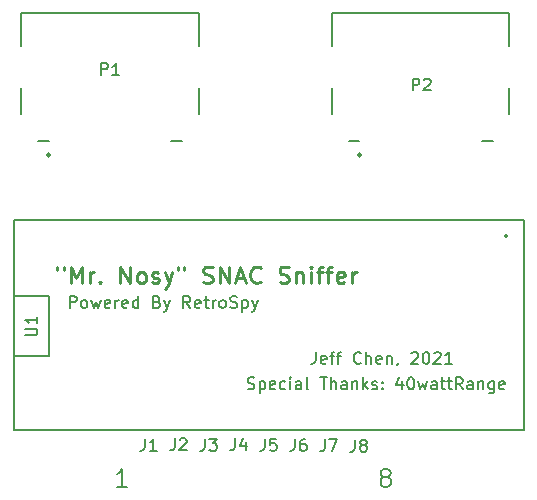
<source format=gbr>
G04 #@! TF.GenerationSoftware,KiCad,Pcbnew,(5.1.10-1-10_14)*
G04 #@! TF.CreationDate,2021-11-29T00:01:07-05:00*
G04 #@! TF.ProjectId,SNAC Sniffer SQUARE,534e4143-2053-46e6-9966-666572205351,1*
G04 #@! TF.SameCoordinates,Original*
G04 #@! TF.FileFunction,Legend,Top*
G04 #@! TF.FilePolarity,Positive*
%FSLAX46Y46*%
G04 Gerber Fmt 4.6, Leading zero omitted, Abs format (unit mm)*
G04 Created by KiCad (PCBNEW (5.1.10-1-10_14)) date 2021-11-29 00:01:07*
%MOMM*%
%LPD*%
G01*
G04 APERTURE LIST*
%ADD10C,0.200000*%
%ADD11C,0.127000*%
%ADD12C,0.152400*%
%ADD13C,0.250000*%
%ADD14C,0.150000*%
%ADD15C,1.601600*%
%ADD16C,1.609600*%
G04 APERTURE END LIST*
D10*
X150447142Y-129961428D02*
X150304285Y-129890000D01*
X150232857Y-129818571D01*
X150161428Y-129675714D01*
X150161428Y-129604285D01*
X150232857Y-129461428D01*
X150304285Y-129390000D01*
X150447142Y-129318571D01*
X150732857Y-129318571D01*
X150875714Y-129390000D01*
X150947142Y-129461428D01*
X151018571Y-129604285D01*
X151018571Y-129675714D01*
X150947142Y-129818571D01*
X150875714Y-129890000D01*
X150732857Y-129961428D01*
X150447142Y-129961428D01*
X150304285Y-130032857D01*
X150232857Y-130104285D01*
X150161428Y-130247142D01*
X150161428Y-130532857D01*
X150232857Y-130675714D01*
X150304285Y-130747142D01*
X150447142Y-130818571D01*
X150732857Y-130818571D01*
X150875714Y-130747142D01*
X150947142Y-130675714D01*
X151018571Y-130532857D01*
X151018571Y-130247142D01*
X150947142Y-130104285D01*
X150875714Y-130032857D01*
X150732857Y-129961428D01*
X128688571Y-130818571D02*
X127831428Y-130818571D01*
X128260000Y-130818571D02*
X128260000Y-129318571D01*
X128117142Y-129532857D01*
X127974285Y-129675714D01*
X127831428Y-129747142D01*
D11*
X122060000Y-119760000D02*
X119080000Y-119760000D01*
X122060000Y-114660000D02*
X122060000Y-119760000D01*
X119080000Y-114660000D02*
X122060000Y-114660000D01*
D12*
X123839714Y-115669619D02*
X123839714Y-114653619D01*
X124226761Y-114653619D01*
X124323523Y-114702000D01*
X124371904Y-114750380D01*
X124420285Y-114847142D01*
X124420285Y-114992285D01*
X124371904Y-115089047D01*
X124323523Y-115137428D01*
X124226761Y-115185809D01*
X123839714Y-115185809D01*
X125000857Y-115669619D02*
X124904095Y-115621238D01*
X124855714Y-115572857D01*
X124807333Y-115476095D01*
X124807333Y-115185809D01*
X124855714Y-115089047D01*
X124904095Y-115040666D01*
X125000857Y-114992285D01*
X125146000Y-114992285D01*
X125242761Y-115040666D01*
X125291142Y-115089047D01*
X125339523Y-115185809D01*
X125339523Y-115476095D01*
X125291142Y-115572857D01*
X125242761Y-115621238D01*
X125146000Y-115669619D01*
X125000857Y-115669619D01*
X125678190Y-114992285D02*
X125871714Y-115669619D01*
X126065238Y-115185809D01*
X126258761Y-115669619D01*
X126452285Y-114992285D01*
X127226380Y-115621238D02*
X127129619Y-115669619D01*
X126936095Y-115669619D01*
X126839333Y-115621238D01*
X126790952Y-115524476D01*
X126790952Y-115137428D01*
X126839333Y-115040666D01*
X126936095Y-114992285D01*
X127129619Y-114992285D01*
X127226380Y-115040666D01*
X127274761Y-115137428D01*
X127274761Y-115234190D01*
X126790952Y-115330952D01*
X127710190Y-115669619D02*
X127710190Y-114992285D01*
X127710190Y-115185809D02*
X127758571Y-115089047D01*
X127806952Y-115040666D01*
X127903714Y-114992285D01*
X128000476Y-114992285D01*
X128726190Y-115621238D02*
X128629428Y-115669619D01*
X128435904Y-115669619D01*
X128339142Y-115621238D01*
X128290761Y-115524476D01*
X128290761Y-115137428D01*
X128339142Y-115040666D01*
X128435904Y-114992285D01*
X128629428Y-114992285D01*
X128726190Y-115040666D01*
X128774571Y-115137428D01*
X128774571Y-115234190D01*
X128290761Y-115330952D01*
X129645428Y-115669619D02*
X129645428Y-114653619D01*
X129645428Y-115621238D02*
X129548666Y-115669619D01*
X129355142Y-115669619D01*
X129258380Y-115621238D01*
X129210000Y-115572857D01*
X129161619Y-115476095D01*
X129161619Y-115185809D01*
X129210000Y-115089047D01*
X129258380Y-115040666D01*
X129355142Y-114992285D01*
X129548666Y-114992285D01*
X129645428Y-115040666D01*
X131242000Y-115137428D02*
X131387142Y-115185809D01*
X131435523Y-115234190D01*
X131483904Y-115330952D01*
X131483904Y-115476095D01*
X131435523Y-115572857D01*
X131387142Y-115621238D01*
X131290380Y-115669619D01*
X130903333Y-115669619D01*
X130903333Y-114653619D01*
X131242000Y-114653619D01*
X131338761Y-114702000D01*
X131387142Y-114750380D01*
X131435523Y-114847142D01*
X131435523Y-114943904D01*
X131387142Y-115040666D01*
X131338761Y-115089047D01*
X131242000Y-115137428D01*
X130903333Y-115137428D01*
X131822571Y-114992285D02*
X132064476Y-115669619D01*
X132306380Y-114992285D02*
X132064476Y-115669619D01*
X131967714Y-115911523D01*
X131919333Y-115959904D01*
X131822571Y-116008285D01*
X134048095Y-115669619D02*
X133709428Y-115185809D01*
X133467523Y-115669619D02*
X133467523Y-114653619D01*
X133854571Y-114653619D01*
X133951333Y-114702000D01*
X133999714Y-114750380D01*
X134048095Y-114847142D01*
X134048095Y-114992285D01*
X133999714Y-115089047D01*
X133951333Y-115137428D01*
X133854571Y-115185809D01*
X133467523Y-115185809D01*
X134870571Y-115621238D02*
X134773809Y-115669619D01*
X134580285Y-115669619D01*
X134483523Y-115621238D01*
X134435142Y-115524476D01*
X134435142Y-115137428D01*
X134483523Y-115040666D01*
X134580285Y-114992285D01*
X134773809Y-114992285D01*
X134870571Y-115040666D01*
X134918952Y-115137428D01*
X134918952Y-115234190D01*
X134435142Y-115330952D01*
X135209238Y-114992285D02*
X135596285Y-114992285D01*
X135354380Y-114653619D02*
X135354380Y-115524476D01*
X135402761Y-115621238D01*
X135499523Y-115669619D01*
X135596285Y-115669619D01*
X135934952Y-115669619D02*
X135934952Y-114992285D01*
X135934952Y-115185809D02*
X135983333Y-115089047D01*
X136031714Y-115040666D01*
X136128476Y-114992285D01*
X136225238Y-114992285D01*
X136709047Y-115669619D02*
X136612285Y-115621238D01*
X136563904Y-115572857D01*
X136515523Y-115476095D01*
X136515523Y-115185809D01*
X136563904Y-115089047D01*
X136612285Y-115040666D01*
X136709047Y-114992285D01*
X136854190Y-114992285D01*
X136950952Y-115040666D01*
X136999333Y-115089047D01*
X137047714Y-115185809D01*
X137047714Y-115476095D01*
X136999333Y-115572857D01*
X136950952Y-115621238D01*
X136854190Y-115669619D01*
X136709047Y-115669619D01*
X137434761Y-115621238D02*
X137579904Y-115669619D01*
X137821809Y-115669619D01*
X137918571Y-115621238D01*
X137966952Y-115572857D01*
X138015333Y-115476095D01*
X138015333Y-115379333D01*
X137966952Y-115282571D01*
X137918571Y-115234190D01*
X137821809Y-115185809D01*
X137628285Y-115137428D01*
X137531523Y-115089047D01*
X137483142Y-115040666D01*
X137434761Y-114943904D01*
X137434761Y-114847142D01*
X137483142Y-114750380D01*
X137531523Y-114702000D01*
X137628285Y-114653619D01*
X137870190Y-114653619D01*
X138015333Y-114702000D01*
X138450761Y-114992285D02*
X138450761Y-116008285D01*
X138450761Y-115040666D02*
X138547523Y-114992285D01*
X138741047Y-114992285D01*
X138837809Y-115040666D01*
X138886190Y-115089047D01*
X138934571Y-115185809D01*
X138934571Y-115476095D01*
X138886190Y-115572857D01*
X138837809Y-115621238D01*
X138741047Y-115669619D01*
X138547523Y-115669619D01*
X138450761Y-115621238D01*
X139273238Y-114992285D02*
X139515142Y-115669619D01*
X139757047Y-114992285D02*
X139515142Y-115669619D01*
X139418380Y-115911523D01*
X139370000Y-115959904D01*
X139273238Y-116008285D01*
D11*
X138909047Y-122504761D02*
X139051904Y-122552380D01*
X139290000Y-122552380D01*
X139385238Y-122504761D01*
X139432857Y-122457142D01*
X139480476Y-122361904D01*
X139480476Y-122266666D01*
X139432857Y-122171428D01*
X139385238Y-122123809D01*
X139290000Y-122076190D01*
X139099523Y-122028571D01*
X139004285Y-121980952D01*
X138956666Y-121933333D01*
X138909047Y-121838095D01*
X138909047Y-121742857D01*
X138956666Y-121647619D01*
X139004285Y-121600000D01*
X139099523Y-121552380D01*
X139337619Y-121552380D01*
X139480476Y-121600000D01*
X139909047Y-121885714D02*
X139909047Y-122885714D01*
X139909047Y-121933333D02*
X140004285Y-121885714D01*
X140194761Y-121885714D01*
X140290000Y-121933333D01*
X140337619Y-121980952D01*
X140385238Y-122076190D01*
X140385238Y-122361904D01*
X140337619Y-122457142D01*
X140290000Y-122504761D01*
X140194761Y-122552380D01*
X140004285Y-122552380D01*
X139909047Y-122504761D01*
X141194761Y-122504761D02*
X141099523Y-122552380D01*
X140909047Y-122552380D01*
X140813809Y-122504761D01*
X140766190Y-122409523D01*
X140766190Y-122028571D01*
X140813809Y-121933333D01*
X140909047Y-121885714D01*
X141099523Y-121885714D01*
X141194761Y-121933333D01*
X141242380Y-122028571D01*
X141242380Y-122123809D01*
X140766190Y-122219047D01*
X142099523Y-122504761D02*
X142004285Y-122552380D01*
X141813809Y-122552380D01*
X141718571Y-122504761D01*
X141670952Y-122457142D01*
X141623333Y-122361904D01*
X141623333Y-122076190D01*
X141670952Y-121980952D01*
X141718571Y-121933333D01*
X141813809Y-121885714D01*
X142004285Y-121885714D01*
X142099523Y-121933333D01*
X142528095Y-122552380D02*
X142528095Y-121885714D01*
X142528095Y-121552380D02*
X142480476Y-121600000D01*
X142528095Y-121647619D01*
X142575714Y-121600000D01*
X142528095Y-121552380D01*
X142528095Y-121647619D01*
X143432857Y-122552380D02*
X143432857Y-122028571D01*
X143385238Y-121933333D01*
X143290000Y-121885714D01*
X143099523Y-121885714D01*
X143004285Y-121933333D01*
X143432857Y-122504761D02*
X143337619Y-122552380D01*
X143099523Y-122552380D01*
X143004285Y-122504761D01*
X142956666Y-122409523D01*
X142956666Y-122314285D01*
X143004285Y-122219047D01*
X143099523Y-122171428D01*
X143337619Y-122171428D01*
X143432857Y-122123809D01*
X144051904Y-122552380D02*
X143956666Y-122504761D01*
X143909047Y-122409523D01*
X143909047Y-121552380D01*
X145051904Y-121552380D02*
X145623333Y-121552380D01*
X145337619Y-122552380D02*
X145337619Y-121552380D01*
X145956666Y-122552380D02*
X145956666Y-121552380D01*
X146385238Y-122552380D02*
X146385238Y-122028571D01*
X146337619Y-121933333D01*
X146242380Y-121885714D01*
X146099523Y-121885714D01*
X146004285Y-121933333D01*
X145956666Y-121980952D01*
X147290000Y-122552380D02*
X147290000Y-122028571D01*
X147242380Y-121933333D01*
X147147142Y-121885714D01*
X146956666Y-121885714D01*
X146861428Y-121933333D01*
X147290000Y-122504761D02*
X147194761Y-122552380D01*
X146956666Y-122552380D01*
X146861428Y-122504761D01*
X146813809Y-122409523D01*
X146813809Y-122314285D01*
X146861428Y-122219047D01*
X146956666Y-122171428D01*
X147194761Y-122171428D01*
X147290000Y-122123809D01*
X147766190Y-121885714D02*
X147766190Y-122552380D01*
X147766190Y-121980952D02*
X147813809Y-121933333D01*
X147909047Y-121885714D01*
X148051904Y-121885714D01*
X148147142Y-121933333D01*
X148194761Y-122028571D01*
X148194761Y-122552380D01*
X148670952Y-122552380D02*
X148670952Y-121552380D01*
X148766190Y-122171428D02*
X149051904Y-122552380D01*
X149051904Y-121885714D02*
X148670952Y-122266666D01*
X149432857Y-122504761D02*
X149528095Y-122552380D01*
X149718571Y-122552380D01*
X149813809Y-122504761D01*
X149861428Y-122409523D01*
X149861428Y-122361904D01*
X149813809Y-122266666D01*
X149718571Y-122219047D01*
X149575714Y-122219047D01*
X149480476Y-122171428D01*
X149432857Y-122076190D01*
X149432857Y-122028571D01*
X149480476Y-121933333D01*
X149575714Y-121885714D01*
X149718571Y-121885714D01*
X149813809Y-121933333D01*
X150290000Y-122457142D02*
X150337619Y-122504761D01*
X150290000Y-122552380D01*
X150242380Y-122504761D01*
X150290000Y-122457142D01*
X150290000Y-122552380D01*
X150290000Y-121933333D02*
X150337619Y-121980952D01*
X150290000Y-122028571D01*
X150242380Y-121980952D01*
X150290000Y-121933333D01*
X150290000Y-122028571D01*
X151956666Y-121885714D02*
X151956666Y-122552380D01*
X151718571Y-121504761D02*
X151480476Y-122219047D01*
X152099523Y-122219047D01*
X152670952Y-121552380D02*
X152766190Y-121552380D01*
X152861428Y-121600000D01*
X152909047Y-121647619D01*
X152956666Y-121742857D01*
X153004285Y-121933333D01*
X153004285Y-122171428D01*
X152956666Y-122361904D01*
X152909047Y-122457142D01*
X152861428Y-122504761D01*
X152766190Y-122552380D01*
X152670952Y-122552380D01*
X152575714Y-122504761D01*
X152528095Y-122457142D01*
X152480476Y-122361904D01*
X152432857Y-122171428D01*
X152432857Y-121933333D01*
X152480476Y-121742857D01*
X152528095Y-121647619D01*
X152575714Y-121600000D01*
X152670952Y-121552380D01*
X153337619Y-121885714D02*
X153528095Y-122552380D01*
X153718571Y-122076190D01*
X153909047Y-122552380D01*
X154099523Y-121885714D01*
X154909047Y-122552380D02*
X154909047Y-122028571D01*
X154861428Y-121933333D01*
X154766190Y-121885714D01*
X154575714Y-121885714D01*
X154480476Y-121933333D01*
X154909047Y-122504761D02*
X154813809Y-122552380D01*
X154575714Y-122552380D01*
X154480476Y-122504761D01*
X154432857Y-122409523D01*
X154432857Y-122314285D01*
X154480476Y-122219047D01*
X154575714Y-122171428D01*
X154813809Y-122171428D01*
X154909047Y-122123809D01*
X155242380Y-121885714D02*
X155623333Y-121885714D01*
X155385238Y-121552380D02*
X155385238Y-122409523D01*
X155432857Y-122504761D01*
X155528095Y-122552380D01*
X155623333Y-122552380D01*
X155813809Y-121885714D02*
X156194761Y-121885714D01*
X155956666Y-121552380D02*
X155956666Y-122409523D01*
X156004285Y-122504761D01*
X156099523Y-122552380D01*
X156194761Y-122552380D01*
X157099523Y-122552380D02*
X156766190Y-122076190D01*
X156528095Y-122552380D02*
X156528095Y-121552380D01*
X156909047Y-121552380D01*
X157004285Y-121600000D01*
X157051904Y-121647619D01*
X157099523Y-121742857D01*
X157099523Y-121885714D01*
X157051904Y-121980952D01*
X157004285Y-122028571D01*
X156909047Y-122076190D01*
X156528095Y-122076190D01*
X157956666Y-122552380D02*
X157956666Y-122028571D01*
X157909047Y-121933333D01*
X157813809Y-121885714D01*
X157623333Y-121885714D01*
X157528095Y-121933333D01*
X157956666Y-122504761D02*
X157861428Y-122552380D01*
X157623333Y-122552380D01*
X157528095Y-122504761D01*
X157480476Y-122409523D01*
X157480476Y-122314285D01*
X157528095Y-122219047D01*
X157623333Y-122171428D01*
X157861428Y-122171428D01*
X157956666Y-122123809D01*
X158432857Y-121885714D02*
X158432857Y-122552380D01*
X158432857Y-121980952D02*
X158480476Y-121933333D01*
X158575714Y-121885714D01*
X158718571Y-121885714D01*
X158813809Y-121933333D01*
X158861428Y-122028571D01*
X158861428Y-122552380D01*
X159766190Y-121885714D02*
X159766190Y-122695238D01*
X159718571Y-122790476D01*
X159670952Y-122838095D01*
X159575714Y-122885714D01*
X159432857Y-122885714D01*
X159337619Y-122838095D01*
X159766190Y-122504761D02*
X159670952Y-122552380D01*
X159480476Y-122552380D01*
X159385238Y-122504761D01*
X159337619Y-122457142D01*
X159290000Y-122361904D01*
X159290000Y-122076190D01*
X159337619Y-121980952D01*
X159385238Y-121933333D01*
X159480476Y-121885714D01*
X159670952Y-121885714D01*
X159766190Y-121933333D01*
X160623333Y-122504761D02*
X160528095Y-122552380D01*
X160337619Y-122552380D01*
X160242380Y-122504761D01*
X160194761Y-122409523D01*
X160194761Y-122028571D01*
X160242380Y-121933333D01*
X160337619Y-121885714D01*
X160528095Y-121885714D01*
X160623333Y-121933333D01*
X160670952Y-122028571D01*
X160670952Y-122123809D01*
X160194761Y-122219047D01*
X144674761Y-119392380D02*
X144674761Y-120106666D01*
X144627142Y-120249523D01*
X144531904Y-120344761D01*
X144389047Y-120392380D01*
X144293809Y-120392380D01*
X145531904Y-120344761D02*
X145436666Y-120392380D01*
X145246190Y-120392380D01*
X145150952Y-120344761D01*
X145103333Y-120249523D01*
X145103333Y-119868571D01*
X145150952Y-119773333D01*
X145246190Y-119725714D01*
X145436666Y-119725714D01*
X145531904Y-119773333D01*
X145579523Y-119868571D01*
X145579523Y-119963809D01*
X145103333Y-120059047D01*
X145865238Y-119725714D02*
X146246190Y-119725714D01*
X146008095Y-120392380D02*
X146008095Y-119535238D01*
X146055714Y-119440000D01*
X146150952Y-119392380D01*
X146246190Y-119392380D01*
X146436666Y-119725714D02*
X146817619Y-119725714D01*
X146579523Y-120392380D02*
X146579523Y-119535238D01*
X146627142Y-119440000D01*
X146722380Y-119392380D01*
X146817619Y-119392380D01*
X148484285Y-120297142D02*
X148436666Y-120344761D01*
X148293809Y-120392380D01*
X148198571Y-120392380D01*
X148055714Y-120344761D01*
X147960476Y-120249523D01*
X147912857Y-120154285D01*
X147865238Y-119963809D01*
X147865238Y-119820952D01*
X147912857Y-119630476D01*
X147960476Y-119535238D01*
X148055714Y-119440000D01*
X148198571Y-119392380D01*
X148293809Y-119392380D01*
X148436666Y-119440000D01*
X148484285Y-119487619D01*
X148912857Y-120392380D02*
X148912857Y-119392380D01*
X149341428Y-120392380D02*
X149341428Y-119868571D01*
X149293809Y-119773333D01*
X149198571Y-119725714D01*
X149055714Y-119725714D01*
X148960476Y-119773333D01*
X148912857Y-119820952D01*
X150198571Y-120344761D02*
X150103333Y-120392380D01*
X149912857Y-120392380D01*
X149817619Y-120344761D01*
X149770000Y-120249523D01*
X149770000Y-119868571D01*
X149817619Y-119773333D01*
X149912857Y-119725714D01*
X150103333Y-119725714D01*
X150198571Y-119773333D01*
X150246190Y-119868571D01*
X150246190Y-119963809D01*
X149770000Y-120059047D01*
X150674761Y-119725714D02*
X150674761Y-120392380D01*
X150674761Y-119820952D02*
X150722380Y-119773333D01*
X150817619Y-119725714D01*
X150960476Y-119725714D01*
X151055714Y-119773333D01*
X151103333Y-119868571D01*
X151103333Y-120392380D01*
X151627142Y-120344761D02*
X151627142Y-120392380D01*
X151579523Y-120487619D01*
X151531904Y-120535238D01*
X152770000Y-119487619D02*
X152817619Y-119440000D01*
X152912857Y-119392380D01*
X153150952Y-119392380D01*
X153246190Y-119440000D01*
X153293809Y-119487619D01*
X153341428Y-119582857D01*
X153341428Y-119678095D01*
X153293809Y-119820952D01*
X152722380Y-120392380D01*
X153341428Y-120392380D01*
X153960476Y-119392380D02*
X154055714Y-119392380D01*
X154150952Y-119440000D01*
X154198571Y-119487619D01*
X154246190Y-119582857D01*
X154293809Y-119773333D01*
X154293809Y-120011428D01*
X154246190Y-120201904D01*
X154198571Y-120297142D01*
X154150952Y-120344761D01*
X154055714Y-120392380D01*
X153960476Y-120392380D01*
X153865238Y-120344761D01*
X153817619Y-120297142D01*
X153770000Y-120201904D01*
X153722380Y-120011428D01*
X153722380Y-119773333D01*
X153770000Y-119582857D01*
X153817619Y-119487619D01*
X153865238Y-119440000D01*
X153960476Y-119392380D01*
X154674761Y-119487619D02*
X154722380Y-119440000D01*
X154817619Y-119392380D01*
X155055714Y-119392380D01*
X155150952Y-119440000D01*
X155198571Y-119487619D01*
X155246190Y-119582857D01*
X155246190Y-119678095D01*
X155198571Y-119820952D01*
X154627142Y-120392380D01*
X155246190Y-120392380D01*
X156198571Y-120392380D02*
X155627142Y-120392380D01*
X155912857Y-120392380D02*
X155912857Y-119392380D01*
X155817619Y-119535238D01*
X155722380Y-119630476D01*
X155627142Y-119678095D01*
D13*
X122800000Y-112163333D02*
X122800000Y-112430000D01*
X123333333Y-112163333D02*
X123333333Y-112430000D01*
X123933333Y-113563333D02*
X123933333Y-112163333D01*
X124400000Y-113163333D01*
X124866666Y-112163333D01*
X124866666Y-113563333D01*
X125533333Y-113563333D02*
X125533333Y-112630000D01*
X125533333Y-112896666D02*
X125600000Y-112763333D01*
X125666666Y-112696666D01*
X125800000Y-112630000D01*
X125933333Y-112630000D01*
X126400000Y-113430000D02*
X126466666Y-113496666D01*
X126400000Y-113563333D01*
X126333333Y-113496666D01*
X126400000Y-113430000D01*
X126400000Y-113563333D01*
X128133333Y-113563333D02*
X128133333Y-112163333D01*
X128933333Y-113563333D01*
X128933333Y-112163333D01*
X129800000Y-113563333D02*
X129666666Y-113496666D01*
X129600000Y-113430000D01*
X129533333Y-113296666D01*
X129533333Y-112896666D01*
X129600000Y-112763333D01*
X129666666Y-112696666D01*
X129800000Y-112630000D01*
X130000000Y-112630000D01*
X130133333Y-112696666D01*
X130200000Y-112763333D01*
X130266666Y-112896666D01*
X130266666Y-113296666D01*
X130200000Y-113430000D01*
X130133333Y-113496666D01*
X130000000Y-113563333D01*
X129800000Y-113563333D01*
X130800000Y-113496666D02*
X130933333Y-113563333D01*
X131200000Y-113563333D01*
X131333333Y-113496666D01*
X131400000Y-113363333D01*
X131400000Y-113296666D01*
X131333333Y-113163333D01*
X131200000Y-113096666D01*
X131000000Y-113096666D01*
X130866666Y-113030000D01*
X130800000Y-112896666D01*
X130800000Y-112830000D01*
X130866666Y-112696666D01*
X131000000Y-112630000D01*
X131200000Y-112630000D01*
X131333333Y-112696666D01*
X131866666Y-112630000D02*
X132200000Y-113563333D01*
X132533333Y-112630000D02*
X132200000Y-113563333D01*
X132066666Y-113896666D01*
X132000000Y-113963333D01*
X131866666Y-114030000D01*
X133000000Y-112163333D02*
X133000000Y-112430000D01*
X133533333Y-112163333D02*
X133533333Y-112430000D01*
X135133333Y-113496666D02*
X135333333Y-113563333D01*
X135666666Y-113563333D01*
X135800000Y-113496666D01*
X135866666Y-113430000D01*
X135933333Y-113296666D01*
X135933333Y-113163333D01*
X135866666Y-113030000D01*
X135800000Y-112963333D01*
X135666666Y-112896666D01*
X135400000Y-112830000D01*
X135266666Y-112763333D01*
X135200000Y-112696666D01*
X135133333Y-112563333D01*
X135133333Y-112430000D01*
X135200000Y-112296666D01*
X135266666Y-112230000D01*
X135400000Y-112163333D01*
X135733333Y-112163333D01*
X135933333Y-112230000D01*
X136533333Y-113563333D02*
X136533333Y-112163333D01*
X137333333Y-113563333D01*
X137333333Y-112163333D01*
X137933333Y-113163333D02*
X138600000Y-113163333D01*
X137800000Y-113563333D02*
X138266666Y-112163333D01*
X138733333Y-113563333D01*
X140000000Y-113430000D02*
X139933333Y-113496666D01*
X139733333Y-113563333D01*
X139600000Y-113563333D01*
X139400000Y-113496666D01*
X139266666Y-113363333D01*
X139200000Y-113230000D01*
X139133333Y-112963333D01*
X139133333Y-112763333D01*
X139200000Y-112496666D01*
X139266666Y-112363333D01*
X139400000Y-112230000D01*
X139600000Y-112163333D01*
X139733333Y-112163333D01*
X139933333Y-112230000D01*
X140000000Y-112296666D01*
X141600000Y-113496666D02*
X141800000Y-113563333D01*
X142133333Y-113563333D01*
X142266666Y-113496666D01*
X142333333Y-113430000D01*
X142400000Y-113296666D01*
X142400000Y-113163333D01*
X142333333Y-113030000D01*
X142266666Y-112963333D01*
X142133333Y-112896666D01*
X141866666Y-112830000D01*
X141733333Y-112763333D01*
X141666666Y-112696666D01*
X141600000Y-112563333D01*
X141600000Y-112430000D01*
X141666666Y-112296666D01*
X141733333Y-112230000D01*
X141866666Y-112163333D01*
X142200000Y-112163333D01*
X142400000Y-112230000D01*
X143000000Y-112630000D02*
X143000000Y-113563333D01*
X143000000Y-112763333D02*
X143066666Y-112696666D01*
X143200000Y-112630000D01*
X143400000Y-112630000D01*
X143533333Y-112696666D01*
X143600000Y-112830000D01*
X143600000Y-113563333D01*
X144266666Y-113563333D02*
X144266666Y-112630000D01*
X144266666Y-112163333D02*
X144200000Y-112230000D01*
X144266666Y-112296666D01*
X144333333Y-112230000D01*
X144266666Y-112163333D01*
X144266666Y-112296666D01*
X144733333Y-112630000D02*
X145266666Y-112630000D01*
X144933333Y-113563333D02*
X144933333Y-112363333D01*
X145000000Y-112230000D01*
X145133333Y-112163333D01*
X145266666Y-112163333D01*
X145533333Y-112630000D02*
X146066666Y-112630000D01*
X145733333Y-113563333D02*
X145733333Y-112363333D01*
X145800000Y-112230000D01*
X145933333Y-112163333D01*
X146066666Y-112163333D01*
X147066666Y-113496666D02*
X146933333Y-113563333D01*
X146666666Y-113563333D01*
X146533333Y-113496666D01*
X146466666Y-113363333D01*
X146466666Y-112830000D01*
X146533333Y-112696666D01*
X146666666Y-112630000D01*
X146933333Y-112630000D01*
X147066666Y-112696666D01*
X147133333Y-112830000D01*
X147133333Y-112963333D01*
X146466666Y-113096666D01*
X147733333Y-113563333D02*
X147733333Y-112630000D01*
X147733333Y-112896666D02*
X147800000Y-112763333D01*
X147866666Y-112696666D01*
X148000000Y-112630000D01*
X148133333Y-112630000D01*
D11*
X134750000Y-90690000D02*
X119750000Y-90690000D01*
X119750000Y-90690000D02*
X119750000Y-93450000D01*
X134750000Y-90690000D02*
X134750000Y-93450000D01*
X134750000Y-99250000D02*
X134750000Y-97050000D01*
X119750000Y-97050000D02*
X119750000Y-99250000D01*
X133350000Y-101500000D02*
X132450000Y-101500000D01*
X122050000Y-101500000D02*
X121150000Y-101500000D01*
D10*
X122208112Y-102700000D02*
G75*
G03*
X122208112Y-102700000I-158112J0D01*
G01*
D11*
X161070000Y-90690000D02*
X146070000Y-90690000D01*
X146070000Y-90690000D02*
X146070000Y-93450000D01*
X161070000Y-90690000D02*
X161070000Y-93450000D01*
X161070000Y-99250000D02*
X161070000Y-97050000D01*
X146070000Y-97050000D02*
X146070000Y-99250000D01*
X159670000Y-101500000D02*
X158770000Y-101500000D01*
X148370000Y-101500000D02*
X147470000Y-101500000D01*
D10*
X148528112Y-102700000D02*
G75*
G03*
X148528112Y-102700000I-158112J0D01*
G01*
X160870000Y-109580000D02*
G75*
G03*
X160870000Y-109580000I-100000J0D01*
G01*
D11*
X119080000Y-108230000D02*
X162260000Y-108230000D01*
X119080000Y-126010000D02*
X119080000Y-108230000D01*
X162260000Y-126010000D02*
X119080000Y-126010000D01*
X162260000Y-108230000D02*
X162260000Y-126010000D01*
D14*
X130186666Y-126752380D02*
X130186666Y-127466666D01*
X130139047Y-127609523D01*
X130043809Y-127704761D01*
X129900952Y-127752380D01*
X129805714Y-127752380D01*
X131186666Y-127752380D02*
X130615238Y-127752380D01*
X130900952Y-127752380D02*
X130900952Y-126752380D01*
X130805714Y-126895238D01*
X130710476Y-126990476D01*
X130615238Y-127038095D01*
X132736666Y-126712380D02*
X132736666Y-127426666D01*
X132689047Y-127569523D01*
X132593809Y-127664761D01*
X132450952Y-127712380D01*
X132355714Y-127712380D01*
X133165238Y-126807619D02*
X133212857Y-126760000D01*
X133308095Y-126712380D01*
X133546190Y-126712380D01*
X133641428Y-126760000D01*
X133689047Y-126807619D01*
X133736666Y-126902857D01*
X133736666Y-126998095D01*
X133689047Y-127140952D01*
X133117619Y-127712380D01*
X133736666Y-127712380D01*
X135286666Y-126752380D02*
X135286666Y-127466666D01*
X135239047Y-127609523D01*
X135143809Y-127704761D01*
X135000952Y-127752380D01*
X134905714Y-127752380D01*
X135667619Y-126752380D02*
X136286666Y-126752380D01*
X135953333Y-127133333D01*
X136096190Y-127133333D01*
X136191428Y-127180952D01*
X136239047Y-127228571D01*
X136286666Y-127323809D01*
X136286666Y-127561904D01*
X136239047Y-127657142D01*
X136191428Y-127704761D01*
X136096190Y-127752380D01*
X135810476Y-127752380D01*
X135715238Y-127704761D01*
X135667619Y-127657142D01*
X137816666Y-126712380D02*
X137816666Y-127426666D01*
X137769047Y-127569523D01*
X137673809Y-127664761D01*
X137530952Y-127712380D01*
X137435714Y-127712380D01*
X138721428Y-127045714D02*
X138721428Y-127712380D01*
X138483333Y-126664761D02*
X138245238Y-127379047D01*
X138864285Y-127379047D01*
X140356666Y-126752380D02*
X140356666Y-127466666D01*
X140309047Y-127609523D01*
X140213809Y-127704761D01*
X140070952Y-127752380D01*
X139975714Y-127752380D01*
X141309047Y-126752380D02*
X140832857Y-126752380D01*
X140785238Y-127228571D01*
X140832857Y-127180952D01*
X140928095Y-127133333D01*
X141166190Y-127133333D01*
X141261428Y-127180952D01*
X141309047Y-127228571D01*
X141356666Y-127323809D01*
X141356666Y-127561904D01*
X141309047Y-127657142D01*
X141261428Y-127704761D01*
X141166190Y-127752380D01*
X140928095Y-127752380D01*
X140832857Y-127704761D01*
X140785238Y-127657142D01*
X142886666Y-126762380D02*
X142886666Y-127476666D01*
X142839047Y-127619523D01*
X142743809Y-127714761D01*
X142600952Y-127762380D01*
X142505714Y-127762380D01*
X143791428Y-126762380D02*
X143600952Y-126762380D01*
X143505714Y-126810000D01*
X143458095Y-126857619D01*
X143362857Y-127000476D01*
X143315238Y-127190952D01*
X143315238Y-127571904D01*
X143362857Y-127667142D01*
X143410476Y-127714761D01*
X143505714Y-127762380D01*
X143696190Y-127762380D01*
X143791428Y-127714761D01*
X143839047Y-127667142D01*
X143886666Y-127571904D01*
X143886666Y-127333809D01*
X143839047Y-127238571D01*
X143791428Y-127190952D01*
X143696190Y-127143333D01*
X143505714Y-127143333D01*
X143410476Y-127190952D01*
X143362857Y-127238571D01*
X143315238Y-127333809D01*
X145436666Y-126802380D02*
X145436666Y-127516666D01*
X145389047Y-127659523D01*
X145293809Y-127754761D01*
X145150952Y-127802380D01*
X145055714Y-127802380D01*
X145817619Y-126802380D02*
X146484285Y-126802380D01*
X146055714Y-127802380D01*
X147986666Y-126832380D02*
X147986666Y-127546666D01*
X147939047Y-127689523D01*
X147843809Y-127784761D01*
X147700952Y-127832380D01*
X147605714Y-127832380D01*
X148605714Y-127260952D02*
X148510476Y-127213333D01*
X148462857Y-127165714D01*
X148415238Y-127070476D01*
X148415238Y-127022857D01*
X148462857Y-126927619D01*
X148510476Y-126880000D01*
X148605714Y-126832380D01*
X148796190Y-126832380D01*
X148891428Y-126880000D01*
X148939047Y-126927619D01*
X148986666Y-127022857D01*
X148986666Y-127070476D01*
X148939047Y-127165714D01*
X148891428Y-127213333D01*
X148796190Y-127260952D01*
X148605714Y-127260952D01*
X148510476Y-127308571D01*
X148462857Y-127356190D01*
X148415238Y-127451428D01*
X148415238Y-127641904D01*
X148462857Y-127737142D01*
X148510476Y-127784761D01*
X148605714Y-127832380D01*
X148796190Y-127832380D01*
X148891428Y-127784761D01*
X148939047Y-127737142D01*
X148986666Y-127641904D01*
X148986666Y-127451428D01*
X148939047Y-127356190D01*
X148891428Y-127308571D01*
X148796190Y-127260952D01*
X126501753Y-95942473D02*
X126501753Y-94942268D01*
X126882783Y-94942268D01*
X126978041Y-94989897D01*
X127025670Y-95037526D01*
X127073299Y-95132783D01*
X127073299Y-95275670D01*
X127025670Y-95370927D01*
X126978041Y-95418556D01*
X126882783Y-95466185D01*
X126501753Y-95466185D01*
X128025875Y-95942473D02*
X127454329Y-95942473D01*
X127740102Y-95942473D02*
X127740102Y-94942268D01*
X127644844Y-95085155D01*
X127549587Y-95180412D01*
X127454329Y-95228041D01*
X152871753Y-97242473D02*
X152871753Y-96242268D01*
X153252783Y-96242268D01*
X153348041Y-96289897D01*
X153395670Y-96337526D01*
X153443299Y-96432783D01*
X153443299Y-96575670D01*
X153395670Y-96670927D01*
X153348041Y-96718556D01*
X153252783Y-96766185D01*
X152871753Y-96766185D01*
X153824329Y-96337526D02*
X153871958Y-96289897D01*
X153967216Y-96242268D01*
X154205360Y-96242268D01*
X154300617Y-96289897D01*
X154348246Y-96337526D01*
X154395875Y-96432783D01*
X154395875Y-96528041D01*
X154348246Y-96670927D01*
X153776700Y-97242473D01*
X154395875Y-97242473D01*
X120082380Y-117981904D02*
X120891904Y-117981904D01*
X120987142Y-117934285D01*
X121034761Y-117886666D01*
X121082380Y-117791428D01*
X121082380Y-117600952D01*
X121034761Y-117505714D01*
X120987142Y-117458095D01*
X120891904Y-117410476D01*
X120082380Y-117410476D01*
X121082380Y-116410476D02*
X121082380Y-116981904D01*
X121082380Y-116696190D02*
X120082380Y-116696190D01*
X120225238Y-116791428D01*
X120320476Y-116886666D01*
X120368095Y-116981904D01*
%LPC*%
D15*
X130530000Y-131690000D03*
X130530000Y-129150000D03*
X133070000Y-131690000D03*
X133070000Y-129150000D03*
X135610000Y-131690000D03*
X135610000Y-129150000D03*
X138150000Y-131690000D03*
X138150000Y-129150000D03*
X140690000Y-131690000D03*
X140690000Y-129150000D03*
X143230000Y-131690000D03*
X143230000Y-129150000D03*
X145770000Y-131690000D03*
X145770000Y-129150000D03*
X148310000Y-131690000D03*
X148310000Y-129150000D03*
G36*
G01*
X120850800Y-94154600D02*
X120850800Y-96405400D01*
G75*
G02*
X120425400Y-96830800I-425400J0D01*
G01*
X119574600Y-96830800D01*
G75*
G02*
X119149200Y-96405400I0J425400D01*
G01*
X119149200Y-94154600D01*
G75*
G02*
X119574600Y-93729200I425400J0D01*
G01*
X120425400Y-93729200D01*
G75*
G02*
X120850800Y-94154600I0J-425400D01*
G01*
G37*
G36*
G01*
X135350800Y-94154600D02*
X135350800Y-96405400D01*
G75*
G02*
X134925400Y-96830800I-425400J0D01*
G01*
X134074600Y-96830800D01*
G75*
G02*
X133649200Y-96405400I0J425400D01*
G01*
X133649200Y-94154600D01*
G75*
G02*
X134074600Y-93729200I425400J0D01*
G01*
X134925400Y-93729200D01*
G75*
G02*
X135350800Y-94154600I0J-425400D01*
G01*
G37*
G36*
G01*
X135350800Y-99714600D02*
X135350800Y-102765400D01*
G75*
G02*
X134925400Y-103190800I-425400J0D01*
G01*
X134074600Y-103190800D01*
G75*
G02*
X133649200Y-102765400I0J425400D01*
G01*
X133649200Y-99714600D01*
G75*
G02*
X134074600Y-99289200I425400J0D01*
G01*
X134925400Y-99289200D01*
G75*
G02*
X135350800Y-99714600I0J-425400D01*
G01*
G37*
G36*
G01*
X120850800Y-99714600D02*
X120850800Y-102765400D01*
G75*
G02*
X120425400Y-103190800I-425400J0D01*
G01*
X119574600Y-103190800D01*
G75*
G02*
X119149200Y-102765400I0J425400D01*
G01*
X119149200Y-99714600D01*
G75*
G02*
X119574600Y-99289200I425400J0D01*
G01*
X120425400Y-99289200D01*
G75*
G02*
X120850800Y-99714600I0J-425400D01*
G01*
G37*
G36*
G01*
X131950800Y-100700000D02*
X131950800Y-103300000D01*
G75*
G02*
X131900000Y-103350800I-50800J0D01*
G01*
X131600000Y-103350800D01*
G75*
G02*
X131549200Y-103300000I0J50800D01*
G01*
X131549200Y-100700000D01*
G75*
G02*
X131600000Y-100649200I50800J0D01*
G01*
X131900000Y-100649200D01*
G75*
G02*
X131950800Y-100700000I0J-50800D01*
G01*
G37*
G36*
G01*
X131450800Y-100700000D02*
X131450800Y-103300000D01*
G75*
G02*
X131400000Y-103350800I-50800J0D01*
G01*
X131100000Y-103350800D01*
G75*
G02*
X131049200Y-103300000I0J50800D01*
G01*
X131049200Y-100700000D01*
G75*
G02*
X131100000Y-100649200I50800J0D01*
G01*
X131400000Y-100649200D01*
G75*
G02*
X131450800Y-100700000I0J-50800D01*
G01*
G37*
G36*
G01*
X130950800Y-100700000D02*
X130950800Y-103300000D01*
G75*
G02*
X130900000Y-103350800I-50800J0D01*
G01*
X130600000Y-103350800D01*
G75*
G02*
X130549200Y-103300000I0J50800D01*
G01*
X130549200Y-100700000D01*
G75*
G02*
X130600000Y-100649200I50800J0D01*
G01*
X130900000Y-100649200D01*
G75*
G02*
X130950800Y-100700000I0J-50800D01*
G01*
G37*
G36*
G01*
X130450800Y-100700000D02*
X130450800Y-103300000D01*
G75*
G02*
X130400000Y-103350800I-50800J0D01*
G01*
X130100000Y-103350800D01*
G75*
G02*
X130049200Y-103300000I0J50800D01*
G01*
X130049200Y-100700000D01*
G75*
G02*
X130100000Y-100649200I50800J0D01*
G01*
X130400000Y-100649200D01*
G75*
G02*
X130450800Y-100700000I0J-50800D01*
G01*
G37*
G36*
G01*
X129950800Y-100700000D02*
X129950800Y-103300000D01*
G75*
G02*
X129900000Y-103350800I-50800J0D01*
G01*
X129600000Y-103350800D01*
G75*
G02*
X129549200Y-103300000I0J50800D01*
G01*
X129549200Y-100700000D01*
G75*
G02*
X129600000Y-100649200I50800J0D01*
G01*
X129900000Y-100649200D01*
G75*
G02*
X129950800Y-100700000I0J-50800D01*
G01*
G37*
G36*
G01*
X129450800Y-100700000D02*
X129450800Y-103300000D01*
G75*
G02*
X129400000Y-103350800I-50800J0D01*
G01*
X129100000Y-103350800D01*
G75*
G02*
X129049200Y-103300000I0J50800D01*
G01*
X129049200Y-100700000D01*
G75*
G02*
X129100000Y-100649200I50800J0D01*
G01*
X129400000Y-100649200D01*
G75*
G02*
X129450800Y-100700000I0J-50800D01*
G01*
G37*
G36*
G01*
X128950800Y-100700000D02*
X128950800Y-103300000D01*
G75*
G02*
X128900000Y-103350800I-50800J0D01*
G01*
X128600000Y-103350800D01*
G75*
G02*
X128549200Y-103300000I0J50800D01*
G01*
X128549200Y-100700000D01*
G75*
G02*
X128600000Y-100649200I50800J0D01*
G01*
X128900000Y-100649200D01*
G75*
G02*
X128950800Y-100700000I0J-50800D01*
G01*
G37*
G36*
G01*
X128450800Y-100700000D02*
X128450800Y-103300000D01*
G75*
G02*
X128400000Y-103350800I-50800J0D01*
G01*
X128100000Y-103350800D01*
G75*
G02*
X128049200Y-103300000I0J50800D01*
G01*
X128049200Y-100700000D01*
G75*
G02*
X128100000Y-100649200I50800J0D01*
G01*
X128400000Y-100649200D01*
G75*
G02*
X128450800Y-100700000I0J-50800D01*
G01*
G37*
G36*
G01*
X127950800Y-100700000D02*
X127950800Y-103300000D01*
G75*
G02*
X127900000Y-103350800I-50800J0D01*
G01*
X127600000Y-103350800D01*
G75*
G02*
X127549200Y-103300000I0J50800D01*
G01*
X127549200Y-100700000D01*
G75*
G02*
X127600000Y-100649200I50800J0D01*
G01*
X127900000Y-100649200D01*
G75*
G02*
X127950800Y-100700000I0J-50800D01*
G01*
G37*
G36*
G01*
X127450800Y-100700000D02*
X127450800Y-103300000D01*
G75*
G02*
X127400000Y-103350800I-50800J0D01*
G01*
X127100000Y-103350800D01*
G75*
G02*
X127049200Y-103300000I0J50800D01*
G01*
X127049200Y-100700000D01*
G75*
G02*
X127100000Y-100649200I50800J0D01*
G01*
X127400000Y-100649200D01*
G75*
G02*
X127450800Y-100700000I0J-50800D01*
G01*
G37*
G36*
G01*
X126950800Y-100700000D02*
X126950800Y-103300000D01*
G75*
G02*
X126900000Y-103350800I-50800J0D01*
G01*
X126600000Y-103350800D01*
G75*
G02*
X126549200Y-103300000I0J50800D01*
G01*
X126549200Y-100700000D01*
G75*
G02*
X126600000Y-100649200I50800J0D01*
G01*
X126900000Y-100649200D01*
G75*
G02*
X126950800Y-100700000I0J-50800D01*
G01*
G37*
G36*
G01*
X126450800Y-100700000D02*
X126450800Y-103300000D01*
G75*
G02*
X126400000Y-103350800I-50800J0D01*
G01*
X126100000Y-103350800D01*
G75*
G02*
X126049200Y-103300000I0J50800D01*
G01*
X126049200Y-100700000D01*
G75*
G02*
X126100000Y-100649200I50800J0D01*
G01*
X126400000Y-100649200D01*
G75*
G02*
X126450800Y-100700000I0J-50800D01*
G01*
G37*
G36*
G01*
X125950800Y-100700000D02*
X125950800Y-103300000D01*
G75*
G02*
X125900000Y-103350800I-50800J0D01*
G01*
X125600000Y-103350800D01*
G75*
G02*
X125549200Y-103300000I0J50800D01*
G01*
X125549200Y-100700000D01*
G75*
G02*
X125600000Y-100649200I50800J0D01*
G01*
X125900000Y-100649200D01*
G75*
G02*
X125950800Y-100700000I0J-50800D01*
G01*
G37*
G36*
G01*
X125450800Y-100700000D02*
X125450800Y-103300000D01*
G75*
G02*
X125400000Y-103350800I-50800J0D01*
G01*
X125100000Y-103350800D01*
G75*
G02*
X125049200Y-103300000I0J50800D01*
G01*
X125049200Y-100700000D01*
G75*
G02*
X125100000Y-100649200I50800J0D01*
G01*
X125400000Y-100649200D01*
G75*
G02*
X125450800Y-100700000I0J-50800D01*
G01*
G37*
G36*
G01*
X124950800Y-100700000D02*
X124950800Y-103300000D01*
G75*
G02*
X124900000Y-103350800I-50800J0D01*
G01*
X124600000Y-103350800D01*
G75*
G02*
X124549200Y-103300000I0J50800D01*
G01*
X124549200Y-100700000D01*
G75*
G02*
X124600000Y-100649200I50800J0D01*
G01*
X124900000Y-100649200D01*
G75*
G02*
X124950800Y-100700000I0J-50800D01*
G01*
G37*
G36*
G01*
X124450800Y-100700000D02*
X124450800Y-103300000D01*
G75*
G02*
X124400000Y-103350800I-50800J0D01*
G01*
X124100000Y-103350800D01*
G75*
G02*
X124049200Y-103300000I0J50800D01*
G01*
X124049200Y-100700000D01*
G75*
G02*
X124100000Y-100649200I50800J0D01*
G01*
X124400000Y-100649200D01*
G75*
G02*
X124450800Y-100700000I0J-50800D01*
G01*
G37*
G36*
G01*
X123950800Y-100700000D02*
X123950800Y-103300000D01*
G75*
G02*
X123900000Y-103350800I-50800J0D01*
G01*
X123600000Y-103350800D01*
G75*
G02*
X123549200Y-103300000I0J50800D01*
G01*
X123549200Y-100700000D01*
G75*
G02*
X123600000Y-100649200I50800J0D01*
G01*
X123900000Y-100649200D01*
G75*
G02*
X123950800Y-100700000I0J-50800D01*
G01*
G37*
G36*
G01*
X123450800Y-100700000D02*
X123450800Y-103300000D01*
G75*
G02*
X123400000Y-103350800I-50800J0D01*
G01*
X123100000Y-103350800D01*
G75*
G02*
X123049200Y-103300000I0J50800D01*
G01*
X123049200Y-100700000D01*
G75*
G02*
X123100000Y-100649200I50800J0D01*
G01*
X123400000Y-100649200D01*
G75*
G02*
X123450800Y-100700000I0J-50800D01*
G01*
G37*
G36*
G01*
X122950800Y-100700000D02*
X122950800Y-103300000D01*
G75*
G02*
X122900000Y-103350800I-50800J0D01*
G01*
X122600000Y-103350800D01*
G75*
G02*
X122549200Y-103300000I0J50800D01*
G01*
X122549200Y-100700000D01*
G75*
G02*
X122600000Y-100649200I50800J0D01*
G01*
X122900000Y-100649200D01*
G75*
G02*
X122950800Y-100700000I0J-50800D01*
G01*
G37*
G36*
G01*
X147170800Y-94154600D02*
X147170800Y-96405400D01*
G75*
G02*
X146745400Y-96830800I-425400J0D01*
G01*
X145894600Y-96830800D01*
G75*
G02*
X145469200Y-96405400I0J425400D01*
G01*
X145469200Y-94154600D01*
G75*
G02*
X145894600Y-93729200I425400J0D01*
G01*
X146745400Y-93729200D01*
G75*
G02*
X147170800Y-94154600I0J-425400D01*
G01*
G37*
G36*
G01*
X161670800Y-94154600D02*
X161670800Y-96405400D01*
G75*
G02*
X161245400Y-96830800I-425400J0D01*
G01*
X160394600Y-96830800D01*
G75*
G02*
X159969200Y-96405400I0J425400D01*
G01*
X159969200Y-94154600D01*
G75*
G02*
X160394600Y-93729200I425400J0D01*
G01*
X161245400Y-93729200D01*
G75*
G02*
X161670800Y-94154600I0J-425400D01*
G01*
G37*
G36*
G01*
X161670800Y-99714600D02*
X161670800Y-102765400D01*
G75*
G02*
X161245400Y-103190800I-425400J0D01*
G01*
X160394600Y-103190800D01*
G75*
G02*
X159969200Y-102765400I0J425400D01*
G01*
X159969200Y-99714600D01*
G75*
G02*
X160394600Y-99289200I425400J0D01*
G01*
X161245400Y-99289200D01*
G75*
G02*
X161670800Y-99714600I0J-425400D01*
G01*
G37*
G36*
G01*
X147170800Y-99714600D02*
X147170800Y-102765400D01*
G75*
G02*
X146745400Y-103190800I-425400J0D01*
G01*
X145894600Y-103190800D01*
G75*
G02*
X145469200Y-102765400I0J425400D01*
G01*
X145469200Y-99714600D01*
G75*
G02*
X145894600Y-99289200I425400J0D01*
G01*
X146745400Y-99289200D01*
G75*
G02*
X147170800Y-99714600I0J-425400D01*
G01*
G37*
G36*
G01*
X158270800Y-100700000D02*
X158270800Y-103300000D01*
G75*
G02*
X158220000Y-103350800I-50800J0D01*
G01*
X157920000Y-103350800D01*
G75*
G02*
X157869200Y-103300000I0J50800D01*
G01*
X157869200Y-100700000D01*
G75*
G02*
X157920000Y-100649200I50800J0D01*
G01*
X158220000Y-100649200D01*
G75*
G02*
X158270800Y-100700000I0J-50800D01*
G01*
G37*
G36*
G01*
X157770800Y-100700000D02*
X157770800Y-103300000D01*
G75*
G02*
X157720000Y-103350800I-50800J0D01*
G01*
X157420000Y-103350800D01*
G75*
G02*
X157369200Y-103300000I0J50800D01*
G01*
X157369200Y-100700000D01*
G75*
G02*
X157420000Y-100649200I50800J0D01*
G01*
X157720000Y-100649200D01*
G75*
G02*
X157770800Y-100700000I0J-50800D01*
G01*
G37*
G36*
G01*
X157270800Y-100700000D02*
X157270800Y-103300000D01*
G75*
G02*
X157220000Y-103350800I-50800J0D01*
G01*
X156920000Y-103350800D01*
G75*
G02*
X156869200Y-103300000I0J50800D01*
G01*
X156869200Y-100700000D01*
G75*
G02*
X156920000Y-100649200I50800J0D01*
G01*
X157220000Y-100649200D01*
G75*
G02*
X157270800Y-100700000I0J-50800D01*
G01*
G37*
G36*
G01*
X156770800Y-100700000D02*
X156770800Y-103300000D01*
G75*
G02*
X156720000Y-103350800I-50800J0D01*
G01*
X156420000Y-103350800D01*
G75*
G02*
X156369200Y-103300000I0J50800D01*
G01*
X156369200Y-100700000D01*
G75*
G02*
X156420000Y-100649200I50800J0D01*
G01*
X156720000Y-100649200D01*
G75*
G02*
X156770800Y-100700000I0J-50800D01*
G01*
G37*
G36*
G01*
X156270800Y-100700000D02*
X156270800Y-103300000D01*
G75*
G02*
X156220000Y-103350800I-50800J0D01*
G01*
X155920000Y-103350800D01*
G75*
G02*
X155869200Y-103300000I0J50800D01*
G01*
X155869200Y-100700000D01*
G75*
G02*
X155920000Y-100649200I50800J0D01*
G01*
X156220000Y-100649200D01*
G75*
G02*
X156270800Y-100700000I0J-50800D01*
G01*
G37*
G36*
G01*
X155770800Y-100700000D02*
X155770800Y-103300000D01*
G75*
G02*
X155720000Y-103350800I-50800J0D01*
G01*
X155420000Y-103350800D01*
G75*
G02*
X155369200Y-103300000I0J50800D01*
G01*
X155369200Y-100700000D01*
G75*
G02*
X155420000Y-100649200I50800J0D01*
G01*
X155720000Y-100649200D01*
G75*
G02*
X155770800Y-100700000I0J-50800D01*
G01*
G37*
G36*
G01*
X155270800Y-100700000D02*
X155270800Y-103300000D01*
G75*
G02*
X155220000Y-103350800I-50800J0D01*
G01*
X154920000Y-103350800D01*
G75*
G02*
X154869200Y-103300000I0J50800D01*
G01*
X154869200Y-100700000D01*
G75*
G02*
X154920000Y-100649200I50800J0D01*
G01*
X155220000Y-100649200D01*
G75*
G02*
X155270800Y-100700000I0J-50800D01*
G01*
G37*
G36*
G01*
X154770800Y-100700000D02*
X154770800Y-103300000D01*
G75*
G02*
X154720000Y-103350800I-50800J0D01*
G01*
X154420000Y-103350800D01*
G75*
G02*
X154369200Y-103300000I0J50800D01*
G01*
X154369200Y-100700000D01*
G75*
G02*
X154420000Y-100649200I50800J0D01*
G01*
X154720000Y-100649200D01*
G75*
G02*
X154770800Y-100700000I0J-50800D01*
G01*
G37*
G36*
G01*
X154270800Y-100700000D02*
X154270800Y-103300000D01*
G75*
G02*
X154220000Y-103350800I-50800J0D01*
G01*
X153920000Y-103350800D01*
G75*
G02*
X153869200Y-103300000I0J50800D01*
G01*
X153869200Y-100700000D01*
G75*
G02*
X153920000Y-100649200I50800J0D01*
G01*
X154220000Y-100649200D01*
G75*
G02*
X154270800Y-100700000I0J-50800D01*
G01*
G37*
G36*
G01*
X153770800Y-100700000D02*
X153770800Y-103300000D01*
G75*
G02*
X153720000Y-103350800I-50800J0D01*
G01*
X153420000Y-103350800D01*
G75*
G02*
X153369200Y-103300000I0J50800D01*
G01*
X153369200Y-100700000D01*
G75*
G02*
X153420000Y-100649200I50800J0D01*
G01*
X153720000Y-100649200D01*
G75*
G02*
X153770800Y-100700000I0J-50800D01*
G01*
G37*
G36*
G01*
X153270800Y-100700000D02*
X153270800Y-103300000D01*
G75*
G02*
X153220000Y-103350800I-50800J0D01*
G01*
X152920000Y-103350800D01*
G75*
G02*
X152869200Y-103300000I0J50800D01*
G01*
X152869200Y-100700000D01*
G75*
G02*
X152920000Y-100649200I50800J0D01*
G01*
X153220000Y-100649200D01*
G75*
G02*
X153270800Y-100700000I0J-50800D01*
G01*
G37*
G36*
G01*
X152770800Y-100700000D02*
X152770800Y-103300000D01*
G75*
G02*
X152720000Y-103350800I-50800J0D01*
G01*
X152420000Y-103350800D01*
G75*
G02*
X152369200Y-103300000I0J50800D01*
G01*
X152369200Y-100700000D01*
G75*
G02*
X152420000Y-100649200I50800J0D01*
G01*
X152720000Y-100649200D01*
G75*
G02*
X152770800Y-100700000I0J-50800D01*
G01*
G37*
G36*
G01*
X152270800Y-100700000D02*
X152270800Y-103300000D01*
G75*
G02*
X152220000Y-103350800I-50800J0D01*
G01*
X151920000Y-103350800D01*
G75*
G02*
X151869200Y-103300000I0J50800D01*
G01*
X151869200Y-100700000D01*
G75*
G02*
X151920000Y-100649200I50800J0D01*
G01*
X152220000Y-100649200D01*
G75*
G02*
X152270800Y-100700000I0J-50800D01*
G01*
G37*
G36*
G01*
X151770800Y-100700000D02*
X151770800Y-103300000D01*
G75*
G02*
X151720000Y-103350800I-50800J0D01*
G01*
X151420000Y-103350800D01*
G75*
G02*
X151369200Y-103300000I0J50800D01*
G01*
X151369200Y-100700000D01*
G75*
G02*
X151420000Y-100649200I50800J0D01*
G01*
X151720000Y-100649200D01*
G75*
G02*
X151770800Y-100700000I0J-50800D01*
G01*
G37*
G36*
G01*
X151270800Y-100700000D02*
X151270800Y-103300000D01*
G75*
G02*
X151220000Y-103350800I-50800J0D01*
G01*
X150920000Y-103350800D01*
G75*
G02*
X150869200Y-103300000I0J50800D01*
G01*
X150869200Y-100700000D01*
G75*
G02*
X150920000Y-100649200I50800J0D01*
G01*
X151220000Y-100649200D01*
G75*
G02*
X151270800Y-100700000I0J-50800D01*
G01*
G37*
G36*
G01*
X150770800Y-100700000D02*
X150770800Y-103300000D01*
G75*
G02*
X150720000Y-103350800I-50800J0D01*
G01*
X150420000Y-103350800D01*
G75*
G02*
X150369200Y-103300000I0J50800D01*
G01*
X150369200Y-100700000D01*
G75*
G02*
X150420000Y-100649200I50800J0D01*
G01*
X150720000Y-100649200D01*
G75*
G02*
X150770800Y-100700000I0J-50800D01*
G01*
G37*
G36*
G01*
X150270800Y-100700000D02*
X150270800Y-103300000D01*
G75*
G02*
X150220000Y-103350800I-50800J0D01*
G01*
X149920000Y-103350800D01*
G75*
G02*
X149869200Y-103300000I0J50800D01*
G01*
X149869200Y-100700000D01*
G75*
G02*
X149920000Y-100649200I50800J0D01*
G01*
X150220000Y-100649200D01*
G75*
G02*
X150270800Y-100700000I0J-50800D01*
G01*
G37*
G36*
G01*
X149770800Y-100700000D02*
X149770800Y-103300000D01*
G75*
G02*
X149720000Y-103350800I-50800J0D01*
G01*
X149420000Y-103350800D01*
G75*
G02*
X149369200Y-103300000I0J50800D01*
G01*
X149369200Y-100700000D01*
G75*
G02*
X149420000Y-100649200I50800J0D01*
G01*
X149720000Y-100649200D01*
G75*
G02*
X149770800Y-100700000I0J-50800D01*
G01*
G37*
G36*
G01*
X149270800Y-100700000D02*
X149270800Y-103300000D01*
G75*
G02*
X149220000Y-103350800I-50800J0D01*
G01*
X148920000Y-103350800D01*
G75*
G02*
X148869200Y-103300000I0J50800D01*
G01*
X148869200Y-100700000D01*
G75*
G02*
X148920000Y-100649200I50800J0D01*
G01*
X149220000Y-100649200D01*
G75*
G02*
X149270800Y-100700000I0J-50800D01*
G01*
G37*
G36*
G01*
X157696000Y-108695200D02*
X159204000Y-108695200D01*
G75*
G02*
X159254800Y-108746000I0J-50800D01*
G01*
X159254800Y-110254000D01*
G75*
G02*
X159204000Y-110304800I-50800J0D01*
G01*
X157696000Y-110304800D01*
G75*
G02*
X157645200Y-110254000I0J50800D01*
G01*
X157645200Y-108746000D01*
G75*
G02*
X157696000Y-108695200I50800J0D01*
G01*
G37*
D16*
X155910000Y-109500000D03*
X153370000Y-109500000D03*
X150830000Y-109500000D03*
X148290000Y-109500000D03*
X145750000Y-109500000D03*
X143210000Y-109500000D03*
X140670000Y-109500000D03*
X138130000Y-109500000D03*
X135590000Y-109500000D03*
X133050000Y-109500000D03*
X130510000Y-109500000D03*
X127970000Y-109500000D03*
X125430000Y-109500000D03*
X122890000Y-109500000D03*
X122890000Y-124740000D03*
X125430000Y-124740000D03*
X127970000Y-124740000D03*
X130510000Y-124740000D03*
X133050000Y-124740000D03*
X135590000Y-124740000D03*
X138130000Y-124740000D03*
X140670000Y-124740000D03*
X143210000Y-124740000D03*
X145750000Y-124740000D03*
X148290000Y-124740000D03*
X150830000Y-124740000D03*
X153370000Y-124740000D03*
X155910000Y-124740000D03*
X158450000Y-124740000D03*
M02*

</source>
